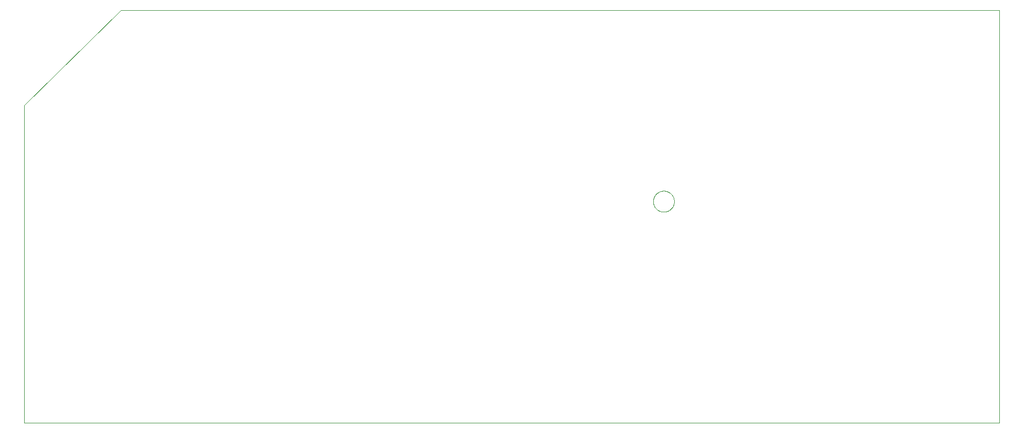
<source format=gko>
G75*
%MOIN*%
%OFA0B0*%
%FSLAX25Y25*%
%IPPOS*%
%LPD*%
%AMOC8*
5,1,8,0,0,1.08239X$1,22.5*
%
%ADD10C,0.00000*%
D10*
X0002200Y0002200D02*
X0002200Y0199050D01*
X0062200Y0258106D01*
X0607200Y0258106D01*
X0607200Y0002200D01*
X0002200Y0002200D01*
X0392354Y0139507D02*
X0392356Y0139668D01*
X0392362Y0139828D01*
X0392372Y0139989D01*
X0392386Y0140149D01*
X0392404Y0140309D01*
X0392425Y0140468D01*
X0392451Y0140627D01*
X0392481Y0140785D01*
X0392514Y0140942D01*
X0392552Y0141099D01*
X0392593Y0141254D01*
X0392638Y0141408D01*
X0392687Y0141561D01*
X0392740Y0141713D01*
X0392796Y0141864D01*
X0392857Y0142013D01*
X0392920Y0142161D01*
X0392988Y0142307D01*
X0393059Y0142451D01*
X0393133Y0142593D01*
X0393211Y0142734D01*
X0393293Y0142872D01*
X0393378Y0143009D01*
X0393466Y0143143D01*
X0393558Y0143275D01*
X0393653Y0143405D01*
X0393751Y0143533D01*
X0393852Y0143658D01*
X0393956Y0143780D01*
X0394063Y0143900D01*
X0394173Y0144017D01*
X0394286Y0144132D01*
X0394402Y0144243D01*
X0394521Y0144352D01*
X0394642Y0144457D01*
X0394766Y0144560D01*
X0394892Y0144660D01*
X0395020Y0144756D01*
X0395151Y0144849D01*
X0395285Y0144939D01*
X0395420Y0145026D01*
X0395558Y0145109D01*
X0395697Y0145189D01*
X0395839Y0145265D01*
X0395982Y0145338D01*
X0396127Y0145407D01*
X0396274Y0145473D01*
X0396422Y0145535D01*
X0396572Y0145593D01*
X0396723Y0145648D01*
X0396876Y0145699D01*
X0397030Y0145746D01*
X0397185Y0145789D01*
X0397341Y0145828D01*
X0397497Y0145864D01*
X0397655Y0145895D01*
X0397813Y0145923D01*
X0397972Y0145947D01*
X0398132Y0145967D01*
X0398292Y0145983D01*
X0398452Y0145995D01*
X0398613Y0146003D01*
X0398774Y0146007D01*
X0398934Y0146007D01*
X0399095Y0146003D01*
X0399256Y0145995D01*
X0399416Y0145983D01*
X0399576Y0145967D01*
X0399736Y0145947D01*
X0399895Y0145923D01*
X0400053Y0145895D01*
X0400211Y0145864D01*
X0400367Y0145828D01*
X0400523Y0145789D01*
X0400678Y0145746D01*
X0400832Y0145699D01*
X0400985Y0145648D01*
X0401136Y0145593D01*
X0401286Y0145535D01*
X0401434Y0145473D01*
X0401581Y0145407D01*
X0401726Y0145338D01*
X0401869Y0145265D01*
X0402011Y0145189D01*
X0402150Y0145109D01*
X0402288Y0145026D01*
X0402423Y0144939D01*
X0402557Y0144849D01*
X0402688Y0144756D01*
X0402816Y0144660D01*
X0402942Y0144560D01*
X0403066Y0144457D01*
X0403187Y0144352D01*
X0403306Y0144243D01*
X0403422Y0144132D01*
X0403535Y0144017D01*
X0403645Y0143900D01*
X0403752Y0143780D01*
X0403856Y0143658D01*
X0403957Y0143533D01*
X0404055Y0143405D01*
X0404150Y0143275D01*
X0404242Y0143143D01*
X0404330Y0143009D01*
X0404415Y0142872D01*
X0404497Y0142734D01*
X0404575Y0142593D01*
X0404649Y0142451D01*
X0404720Y0142307D01*
X0404788Y0142161D01*
X0404851Y0142013D01*
X0404912Y0141864D01*
X0404968Y0141713D01*
X0405021Y0141561D01*
X0405070Y0141408D01*
X0405115Y0141254D01*
X0405156Y0141099D01*
X0405194Y0140942D01*
X0405227Y0140785D01*
X0405257Y0140627D01*
X0405283Y0140468D01*
X0405304Y0140309D01*
X0405322Y0140149D01*
X0405336Y0139989D01*
X0405346Y0139828D01*
X0405352Y0139668D01*
X0405354Y0139507D01*
X0405352Y0139346D01*
X0405346Y0139186D01*
X0405336Y0139025D01*
X0405322Y0138865D01*
X0405304Y0138705D01*
X0405283Y0138546D01*
X0405257Y0138387D01*
X0405227Y0138229D01*
X0405194Y0138072D01*
X0405156Y0137915D01*
X0405115Y0137760D01*
X0405070Y0137606D01*
X0405021Y0137453D01*
X0404968Y0137301D01*
X0404912Y0137150D01*
X0404851Y0137001D01*
X0404788Y0136853D01*
X0404720Y0136707D01*
X0404649Y0136563D01*
X0404575Y0136421D01*
X0404497Y0136280D01*
X0404415Y0136142D01*
X0404330Y0136005D01*
X0404242Y0135871D01*
X0404150Y0135739D01*
X0404055Y0135609D01*
X0403957Y0135481D01*
X0403856Y0135356D01*
X0403752Y0135234D01*
X0403645Y0135114D01*
X0403535Y0134997D01*
X0403422Y0134882D01*
X0403306Y0134771D01*
X0403187Y0134662D01*
X0403066Y0134557D01*
X0402942Y0134454D01*
X0402816Y0134354D01*
X0402688Y0134258D01*
X0402557Y0134165D01*
X0402423Y0134075D01*
X0402288Y0133988D01*
X0402150Y0133905D01*
X0402011Y0133825D01*
X0401869Y0133749D01*
X0401726Y0133676D01*
X0401581Y0133607D01*
X0401434Y0133541D01*
X0401286Y0133479D01*
X0401136Y0133421D01*
X0400985Y0133366D01*
X0400832Y0133315D01*
X0400678Y0133268D01*
X0400523Y0133225D01*
X0400367Y0133186D01*
X0400211Y0133150D01*
X0400053Y0133119D01*
X0399895Y0133091D01*
X0399736Y0133067D01*
X0399576Y0133047D01*
X0399416Y0133031D01*
X0399256Y0133019D01*
X0399095Y0133011D01*
X0398934Y0133007D01*
X0398774Y0133007D01*
X0398613Y0133011D01*
X0398452Y0133019D01*
X0398292Y0133031D01*
X0398132Y0133047D01*
X0397972Y0133067D01*
X0397813Y0133091D01*
X0397655Y0133119D01*
X0397497Y0133150D01*
X0397341Y0133186D01*
X0397185Y0133225D01*
X0397030Y0133268D01*
X0396876Y0133315D01*
X0396723Y0133366D01*
X0396572Y0133421D01*
X0396422Y0133479D01*
X0396274Y0133541D01*
X0396127Y0133607D01*
X0395982Y0133676D01*
X0395839Y0133749D01*
X0395697Y0133825D01*
X0395558Y0133905D01*
X0395420Y0133988D01*
X0395285Y0134075D01*
X0395151Y0134165D01*
X0395020Y0134258D01*
X0394892Y0134354D01*
X0394766Y0134454D01*
X0394642Y0134557D01*
X0394521Y0134662D01*
X0394402Y0134771D01*
X0394286Y0134882D01*
X0394173Y0134997D01*
X0394063Y0135114D01*
X0393956Y0135234D01*
X0393852Y0135356D01*
X0393751Y0135481D01*
X0393653Y0135609D01*
X0393558Y0135739D01*
X0393466Y0135871D01*
X0393378Y0136005D01*
X0393293Y0136142D01*
X0393211Y0136280D01*
X0393133Y0136421D01*
X0393059Y0136563D01*
X0392988Y0136707D01*
X0392920Y0136853D01*
X0392857Y0137001D01*
X0392796Y0137150D01*
X0392740Y0137301D01*
X0392687Y0137453D01*
X0392638Y0137606D01*
X0392593Y0137760D01*
X0392552Y0137915D01*
X0392514Y0138072D01*
X0392481Y0138229D01*
X0392451Y0138387D01*
X0392425Y0138546D01*
X0392404Y0138705D01*
X0392386Y0138865D01*
X0392372Y0139025D01*
X0392362Y0139186D01*
X0392356Y0139346D01*
X0392354Y0139507D01*
M02*

</source>
